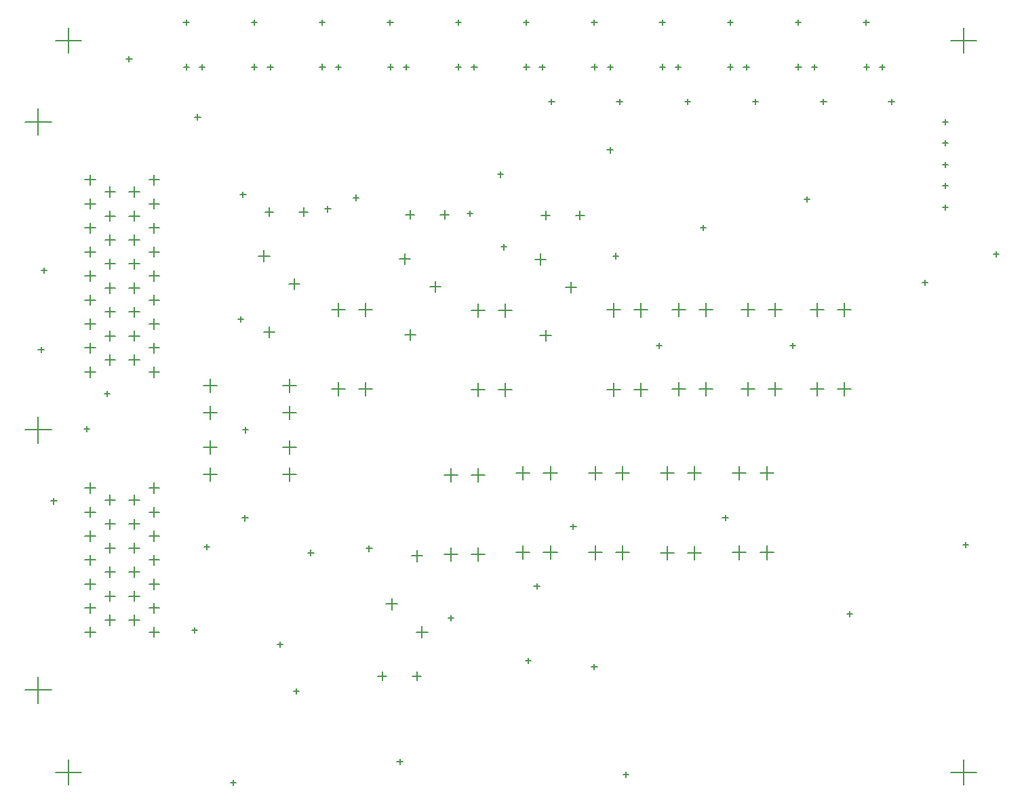
<source format=gbr>
%TF.GenerationSoftware,Altium Limited,Altium Designer,19.0.10 (269)*%
G04 Layer_Color=128*
%FSLAX26Y26*%
%MOIN*%
%TF.FileFunction,Drillmap*%
%TF.Part,Single*%
G01*
G75*
%TA.AperFunction,NonConductor*%
%ADD75C,0.005000*%
D75*
X1352087Y1765000D02*
X1419016D01*
X1385551Y1731535D02*
Y1798465D01*
X961535Y1765000D02*
X1028465D01*
X995000Y1731535D02*
Y1798465D01*
X1352087Y1898858D02*
X1419016D01*
X1385551Y1865394D02*
Y1932323D01*
X961535Y1898858D02*
X1028465D01*
X995000Y1865394D02*
Y1932323D01*
X961535Y2203780D02*
X1028465D01*
X995000Y2170315D02*
Y2237244D01*
X1352087Y2203780D02*
X1419016D01*
X1385551Y2170315D02*
Y2237244D01*
X961535Y2069921D02*
X1028465D01*
X995000Y2036457D02*
Y2103386D01*
X1352087Y2069921D02*
X1419016D01*
X1385551Y2036457D02*
Y2103386D01*
X1591379Y2186206D02*
X1658308D01*
X1624843Y2152742D02*
Y2219671D01*
X1591379Y2576757D02*
X1658308D01*
X1624843Y2543293D02*
Y2610222D01*
X1725237Y2186206D02*
X1792166D01*
X1758701Y2152742D02*
Y2219671D01*
X1725237Y2576757D02*
X1792166D01*
X1758701Y2543293D02*
Y2610222D01*
X2280025Y2181724D02*
X2346954D01*
X2313490Y2148260D02*
Y2215189D01*
X2280025Y2572276D02*
X2346954D01*
X2313490Y2538811D02*
Y2605740D01*
X2413883Y2181724D02*
X2480812D01*
X2447348Y2148260D02*
Y2215189D01*
X2413883Y2572276D02*
X2480812D01*
X2447348Y2538811D02*
Y2605740D01*
X2945700Y2183724D02*
X3012629D01*
X2979165Y2150260D02*
Y2217189D01*
X2945700Y2574276D02*
X3012629D01*
X2979165Y2540811D02*
Y2607740D01*
X3079559Y2183724D02*
X3146488D01*
X3113023Y2150260D02*
Y2217189D01*
X3079559Y2574276D02*
X3146488D01*
X3113023Y2540811D02*
Y2607740D01*
X3265897Y2184449D02*
X3332826D01*
X3299361Y2150984D02*
Y2217913D01*
X3265897Y2575000D02*
X3332826D01*
X3299361Y2541535D02*
Y2608465D01*
X3399755Y2184449D02*
X3466684D01*
X3433220Y2150984D02*
Y2217913D01*
X3399755Y2575000D02*
X3466684D01*
X3433220Y2541535D02*
Y2608465D01*
X3604782Y2184724D02*
X3671711D01*
X3638246Y2151260D02*
Y2218189D01*
X3604782Y2575276D02*
X3671711D01*
X3638246Y2541811D02*
Y2608740D01*
X3738640Y2184724D02*
X3805569D01*
X3772104Y2151260D02*
Y2218189D01*
X3738640Y2575276D02*
X3805569D01*
X3772104Y2541811D02*
Y2608740D01*
X3944914Y2184898D02*
X4011843D01*
X3978379Y2151434D02*
Y2218363D01*
X3944914Y2575450D02*
X4011843D01*
X3978379Y2541985D02*
Y2608914D01*
X4078772Y2184898D02*
X4145701D01*
X4112237Y2151434D02*
Y2218363D01*
X4078772Y2575450D02*
X4145701D01*
X4112237Y2541985D02*
Y2608914D01*
X3697772Y1771450D02*
X3764701D01*
X3731237Y1737985D02*
Y1804914D01*
X3697772Y1380898D02*
X3764701D01*
X3731237Y1347434D02*
Y1414363D01*
X3563914Y1771450D02*
X3630843D01*
X3597378Y1737985D02*
Y1804914D01*
X3563914Y1380898D02*
X3630843D01*
X3597378Y1347434D02*
Y1414363D01*
X3343422Y1771000D02*
X3410351D01*
X3376886Y1737535D02*
Y1804465D01*
X3343422Y1380449D02*
X3410351D01*
X3376886Y1346984D02*
Y1413913D01*
X3209564Y1771000D02*
X3276492D01*
X3243028Y1737535D02*
Y1804465D01*
X3209564Y1380449D02*
X3276492D01*
X3243028Y1346984D02*
Y1413913D01*
X2989106Y1771450D02*
X3056035D01*
X3022570Y1737985D02*
Y1804914D01*
X2989106Y1380898D02*
X3056035D01*
X3022570Y1347434D02*
Y1414363D01*
X2855247Y1771450D02*
X2922176D01*
X2888712Y1737985D02*
Y1804914D01*
X2855247Y1380898D02*
X2922176D01*
X2888712Y1347434D02*
Y1414363D01*
X2634237Y1771757D02*
X2701166D01*
X2667701Y1738293D02*
Y1805222D01*
X2634237Y1381206D02*
X2701166D01*
X2667701Y1347742D02*
Y1414670D01*
X2500378Y1771757D02*
X2567307D01*
X2533843Y1738293D02*
Y1805222D01*
X2500378Y1381206D02*
X2567307D01*
X2533843Y1347742D02*
Y1414670D01*
X2279850Y1763253D02*
X2346779D01*
X2313314Y1729789D02*
Y1796718D01*
X2279850Y1372702D02*
X2346779D01*
X2313314Y1339238D02*
Y1406167D01*
X2145992Y1763253D02*
X2212921D01*
X2179456Y1729789D02*
Y1796718D01*
X2145992Y1372702D02*
X2212921D01*
X2179456Y1339238D02*
Y1406167D01*
X695276Y2269685D02*
X746457D01*
X720866Y2244095D02*
Y2295276D01*
X695276Y2387795D02*
X746457D01*
X720866Y2362205D02*
Y2413386D01*
X695276Y2505905D02*
X746457D01*
X720866Y2480315D02*
Y2531496D01*
X695276Y2624016D02*
X746457D01*
X720866Y2598425D02*
Y2649606D01*
X695276Y2742126D02*
X746457D01*
X720866Y2716535D02*
Y2767716D01*
X695276Y2860236D02*
X746457D01*
X720866Y2834646D02*
Y2885827D01*
X695276Y2978347D02*
X746457D01*
X720866Y2952756D02*
Y3003937D01*
X695276Y3096457D02*
X746457D01*
X720866Y3070866D02*
Y3122047D01*
X695276Y3214567D02*
X746457D01*
X720866Y3188976D02*
Y3240157D01*
X596850Y2328740D02*
X648031D01*
X622441Y2303150D02*
Y2354331D01*
X596850Y2446850D02*
X648031D01*
X622441Y2421260D02*
Y2472441D01*
X596850Y2564961D02*
X648031D01*
X622441Y2539370D02*
Y2590551D01*
X596850Y2683071D02*
X648031D01*
X622441Y2657480D02*
Y2708661D01*
X596850Y2801181D02*
X648031D01*
X622441Y2775591D02*
Y2826772D01*
X596850Y2919291D02*
X648031D01*
X622441Y2893701D02*
Y2944882D01*
X596850Y3037402D02*
X648031D01*
X622441Y3011811D02*
Y3062992D01*
X596850Y3155512D02*
X648031D01*
X622441Y3129921D02*
Y3181102D01*
X478740Y2328740D02*
X529921D01*
X504331Y2303150D02*
Y2354331D01*
X478740Y2446850D02*
X529921D01*
X504331Y2421260D02*
Y2472441D01*
X478740Y2564961D02*
X529921D01*
X504331Y2539370D02*
Y2590551D01*
X478740Y2683071D02*
X529921D01*
X504331Y2657480D02*
Y2708661D01*
X478740Y2801181D02*
X529921D01*
X504331Y2775591D02*
Y2826772D01*
X478740Y2919291D02*
X529921D01*
X504331Y2893701D02*
Y2944882D01*
X478740Y3037402D02*
X529921D01*
X504331Y3011811D02*
Y3062992D01*
X478740Y3155512D02*
X529921D01*
X504331Y3129921D02*
Y3181102D01*
X380315Y2269685D02*
X431496D01*
X405906Y2244095D02*
Y2295276D01*
X380315Y2387795D02*
X431496D01*
X405906Y2362205D02*
Y2413386D01*
X380315Y2505905D02*
X431496D01*
X405906Y2480315D02*
Y2531496D01*
X380315Y2624016D02*
X431496D01*
X405906Y2598425D02*
Y2649606D01*
X380315Y2742126D02*
X431496D01*
X405906Y2716535D02*
Y2767716D01*
X380315Y2860236D02*
X431496D01*
X405906Y2834646D02*
Y2885827D01*
X380315Y2978347D02*
X431496D01*
X405906Y2952756D02*
Y3003937D01*
X380315Y3096457D02*
X431496D01*
X405906Y3070866D02*
Y3122047D01*
X380315Y3214567D02*
X431496D01*
X405906Y3188976D02*
Y3240157D01*
X85039Y704724D02*
X214961D01*
X150000Y639764D02*
Y769685D01*
X380315Y1698819D02*
X431496D01*
X405906Y1673228D02*
Y1724409D01*
X380315Y1580709D02*
X431496D01*
X405906Y1555118D02*
Y1606299D01*
X380315Y1462599D02*
X431496D01*
X405906Y1437008D02*
Y1488189D01*
X380315Y1344488D02*
X431496D01*
X405906Y1318898D02*
Y1370079D01*
X380315Y1226378D02*
X431496D01*
X405906Y1200787D02*
Y1251968D01*
X380315Y1108268D02*
X431496D01*
X405906Y1082677D02*
Y1133858D01*
X380315Y990158D02*
X431496D01*
X405906Y964567D02*
Y1015748D01*
X478740Y1639764D02*
X529921D01*
X504331Y1614173D02*
Y1665354D01*
X478740Y1521654D02*
X529921D01*
X504331Y1496063D02*
Y1547244D01*
X478740Y1403543D02*
X529921D01*
X504331Y1377953D02*
Y1429134D01*
X478740Y1285433D02*
X529921D01*
X504331Y1259843D02*
Y1311024D01*
X478740Y1167323D02*
X529921D01*
X504331Y1141732D02*
Y1192913D01*
X478740Y1049213D02*
X529921D01*
X504331Y1023622D02*
Y1074803D01*
X596850Y1639764D02*
X648031D01*
X622441Y1614173D02*
Y1665354D01*
X596850Y1521654D02*
X648031D01*
X622441Y1496063D02*
Y1547244D01*
X596850Y1403543D02*
X648031D01*
X622441Y1377953D02*
Y1429134D01*
X596850Y1285433D02*
X648031D01*
X622441Y1259843D02*
Y1311024D01*
X596850Y1167323D02*
X648031D01*
X622441Y1141732D02*
Y1192913D01*
X596850Y1049213D02*
X648031D01*
X622441Y1023622D02*
Y1074803D01*
X695276Y1698819D02*
X746457D01*
X720866Y1673228D02*
Y1724409D01*
X695276Y1580709D02*
X746457D01*
X720866Y1555118D02*
Y1606299D01*
X695276Y1462599D02*
X746457D01*
X720866Y1437008D02*
Y1488189D01*
X695276Y1344488D02*
X746457D01*
X720866Y1318898D02*
Y1370079D01*
X695276Y1226378D02*
X746457D01*
X720866Y1200787D02*
Y1251968D01*
X695276Y1108268D02*
X746457D01*
X720866Y1082677D02*
Y1133858D01*
X695276Y990158D02*
X746457D01*
X720866Y964567D02*
Y1015748D01*
X85039Y1984252D02*
X214961D01*
X150000Y1919291D02*
Y2049213D01*
X85039Y3500000D02*
X214961D01*
X150000Y3435039D02*
Y3564961D01*
X1151000Y1552000D02*
X1181000D01*
X1166000Y1537000D02*
Y1567000D01*
X1762000Y1401000D02*
X1792000D01*
X1777000Y1386000D02*
Y1416000D01*
X1475000Y1380000D02*
X1505000D01*
X1490000Y1365000D02*
Y1395000D01*
X4637500Y300000D02*
X4762500D01*
X4700000Y237500D02*
Y362500D01*
X4637500Y3900000D02*
X4762500D01*
X4700000Y3837500D02*
Y3962500D01*
X237500Y3900000D02*
X362500D01*
X300000Y3837500D02*
Y3962500D01*
X237500Y300000D02*
X362500D01*
X300000Y237500D02*
Y362500D01*
X2617097Y2449512D02*
X2672215D01*
X2644656Y2421953D02*
Y2477071D01*
X2591506Y2823528D02*
X2646624D01*
X2619065Y2795968D02*
Y2851086D01*
X2741112Y2685732D02*
X2796230D01*
X2768671Y2658173D02*
Y2713291D01*
X2792293Y3040063D02*
X2835600D01*
X2813947Y3018410D02*
Y3061716D01*
X2623002Y3040063D02*
X2666309D01*
X2644656Y3018410D02*
Y3061716D01*
X1951441Y2452449D02*
X2006560D01*
X1979001Y2424890D02*
Y2480008D01*
X1925851Y2826465D02*
X1980969D01*
X1953410Y2798906D02*
Y2854024D01*
X2075457Y2688670D02*
X2130575D01*
X2103016Y2661111D02*
Y2716229D01*
X2126638Y3043001D02*
X2169945D01*
X2148292Y3021347D02*
Y3064654D01*
X1957347Y3043001D02*
X2000654D01*
X1979001Y3021347D02*
Y3064654D01*
X1258441Y2466449D02*
X1313559D01*
X1286000Y2438890D02*
Y2494008D01*
X1232851Y2840465D02*
X1287969D01*
X1260410Y2812905D02*
Y2868023D01*
X1382457Y2702669D02*
X1437575D01*
X1410016Y2675110D02*
Y2730228D01*
X1433638Y3057000D02*
X1476945D01*
X1455292Y3035347D02*
Y3078653D01*
X1264347Y3057000D02*
X1307654D01*
X1286000Y3035347D02*
Y3078653D01*
X1984370Y1364551D02*
X2039488D01*
X2011929Y1336992D02*
Y1392110D01*
X2009961Y990535D02*
X2065079D01*
X2037520Y962976D02*
Y1018095D01*
X1860354Y1128331D02*
X1915472D01*
X1887913Y1100772D02*
Y1155890D01*
X1820984Y774000D02*
X1864291D01*
X1842638Y752346D02*
Y795654D01*
X1990275Y774000D02*
X2033582D01*
X2011929Y752346D02*
Y795654D01*
X1560330Y3071330D02*
X1588330D01*
X1574330Y3057330D02*
Y3085330D01*
X2947000Y3361000D02*
X2975000D01*
X2961000Y3347000D02*
Y3375000D01*
X2976000Y2840465D02*
X3004000D01*
X2990000Y2826465D02*
Y2854465D01*
X1143000Y3142294D02*
X1171000D01*
X1157000Y3128294D02*
Y3156294D01*
X1699000Y3127000D02*
X1727000D01*
X1713000Y3113000D02*
Y3141000D01*
X2408000Y3241000D02*
X2436000D01*
X2422000Y3227000D02*
Y3255000D01*
X920000Y3524000D02*
X948000D01*
X934000Y3510000D02*
Y3538000D01*
X3514000Y1553000D02*
X3542000D01*
X3528000Y1539000D02*
Y1567000D01*
X2258371Y3048999D02*
X2286371D01*
X2272371Y3034999D02*
Y3062999D01*
X150695Y2380000D02*
X178695D01*
X164695Y2366000D02*
Y2394000D01*
X166000Y2769010D02*
X194000D01*
X180000Y2755010D02*
Y2783010D01*
X4330456Y3600000D02*
X4358456D01*
X4344456Y3586000D02*
Y3614000D01*
X3328396Y3600000D02*
X3356396D01*
X3342396Y3586000D02*
Y3614000D01*
X583000Y3810000D02*
X611000D01*
X597000Y3796000D02*
Y3824000D01*
X4846000Y2850000D02*
X4874000D01*
X4860000Y2836000D02*
Y2864000D01*
X213000Y1634278D02*
X241000D01*
X227000Y1620278D02*
Y1648278D01*
X476000Y2162952D02*
X504000D01*
X490000Y2148952D02*
Y2176952D01*
X376000Y1990000D02*
X404000D01*
X390000Y1976000D02*
Y2004000D01*
X3846000Y2400000D02*
X3874000D01*
X3860000Y2386000D02*
Y2414000D01*
X3188201Y2400000D02*
X3216201D01*
X3202201Y2386000D02*
Y2414000D01*
X2766726Y1510000D02*
X2794726D01*
X2780726Y1496000D02*
Y1524000D01*
X4696000Y1420000D02*
X4724000D01*
X4710000Y1406000D02*
Y1434000D01*
X4496000Y2710000D02*
X4524000D01*
X4510000Y2696000D02*
Y2724000D01*
X3916000Y3120000D02*
X3944000D01*
X3930000Y3106000D02*
Y3134000D01*
X3406000Y2980000D02*
X3434000D01*
X3420000Y2966000D02*
Y2994000D01*
X2426000Y2884821D02*
X2454000D01*
X2440000Y2870821D02*
Y2898821D01*
X1156000Y1984252D02*
X1184000D01*
X1170000Y1970252D02*
Y1998252D01*
X1132000Y2530000D02*
X1160000D01*
X1146000Y2516000D02*
Y2544000D01*
X966000Y1410000D02*
X994000D01*
X980000Y1396000D02*
Y1424000D01*
X906000Y1000000D02*
X934000D01*
X920000Y986000D02*
Y1014000D01*
X1326000Y930000D02*
X1354000D01*
X1340000Y916000D02*
Y944000D01*
X2166000Y1060000D02*
X2194000D01*
X2180000Y1046000D02*
Y1074000D01*
X1406000Y700000D02*
X1434000D01*
X1420000Y686000D02*
Y714000D01*
X2587000Y1215000D02*
X2615000D01*
X2601000Y1201000D02*
Y1229000D01*
X2546000Y850000D02*
X2574000D01*
X2560000Y836000D02*
Y864000D01*
X2869776Y820000D02*
X2897776D01*
X2883776Y806000D02*
Y834000D01*
X4126000Y1080000D02*
X4154000D01*
X4140000Y1066000D02*
Y1094000D01*
X3026000Y290000D02*
X3054000D01*
X3040000Y276000D02*
Y304000D01*
X1914000Y352000D02*
X1942000D01*
X1928000Y338000D02*
Y366000D01*
X1096000Y250000D02*
X1124000D01*
X1110000Y236000D02*
Y264000D01*
X3951388Y3768482D02*
X3979388D01*
X3965388Y3754482D02*
Y3782482D01*
X1945644Y3768482D02*
X1973644D01*
X1959644Y3754482D02*
Y3782482D01*
X1611353Y3768482D02*
X1639353D01*
X1625353Y3754482D02*
Y3782482D01*
X1867888Y3770726D02*
X1895888D01*
X1881888Y3756726D02*
Y3784726D01*
X4596000Y3080000D02*
X4624000D01*
X4610000Y3066000D02*
Y3094000D01*
X4596000Y3185000D02*
X4624000D01*
X4610000Y3171000D02*
Y3199000D01*
X4596000Y3290000D02*
X4624000D01*
X4610000Y3276000D02*
Y3304000D01*
X4596000Y3395000D02*
X4624000D01*
X4610000Y3381000D02*
Y3409000D01*
X4596000Y3500000D02*
X4624000D01*
X4610000Y3486000D02*
Y3514000D01*
X3996977Y3600000D02*
X4024977D01*
X4010977Y3586000D02*
Y3614000D01*
X3662686Y3600000D02*
X3690686D01*
X3676686Y3586000D02*
Y3614000D01*
X3282806Y3768482D02*
X3310806D01*
X3296806Y3754482D02*
Y3782482D01*
X2994105Y3600000D02*
X3022105D01*
X3008105Y3586000D02*
Y3614000D01*
X2659814Y3600000D02*
X2687814D01*
X2673814Y3586000D02*
Y3614000D01*
X1277063Y3768482D02*
X1305063D01*
X1291063Y3754482D02*
Y3782482D01*
X1198323Y3989740D02*
X1226323D01*
X1212323Y3975740D02*
Y4003740D01*
X1199307Y3770726D02*
X1227307D01*
X1213307Y3756726D02*
Y3784726D01*
X1532613Y3989740D02*
X1560613D01*
X1546613Y3975740D02*
Y4003740D01*
X1533597Y3770726D02*
X1561597D01*
X1547597Y3756726D02*
Y3784726D01*
X3617097Y3768482D02*
X3645097D01*
X3631097Y3754482D02*
Y3782482D01*
X3538357Y3989740D02*
X3566357D01*
X3552357Y3975740D02*
Y4003740D01*
X3539341Y3770726D02*
X3567341D01*
X3553341Y3756726D02*
Y3784726D01*
X3872647Y3989740D02*
X3900647D01*
X3886647Y3975740D02*
Y4003740D01*
X3873632Y3770726D02*
X3901632D01*
X3887632Y3756726D02*
Y3784726D01*
X4285678Y3768482D02*
X4313678D01*
X4299678Y3754482D02*
Y3782482D01*
X4206938Y3989740D02*
X4234938D01*
X4220938Y3975740D02*
Y4003740D01*
X4207922Y3770726D02*
X4235922D01*
X4221922Y3756726D02*
Y3784726D01*
X1866904Y3989740D02*
X1894904D01*
X1880904Y3975740D02*
Y4003740D01*
X2279935Y3768482D02*
X2307935D01*
X2293935Y3754482D02*
Y3782482D01*
X2201194Y3989740D02*
X2229194D01*
X2215194Y3975740D02*
Y4003740D01*
X2202179Y3770726D02*
X2230179D01*
X2216179Y3756726D02*
Y3784726D01*
X2614225Y3768482D02*
X2642225D01*
X2628225Y3754482D02*
Y3782482D01*
X2535485Y3989740D02*
X2563485D01*
X2549485Y3975740D02*
Y4003740D01*
X2536469Y3770726D02*
X2564469D01*
X2550469Y3756726D02*
Y3784726D01*
X2948516Y3768482D02*
X2976516D01*
X2962516Y3754482D02*
Y3782482D01*
X2869776Y3989740D02*
X2897776D01*
X2883776Y3975740D02*
Y4003740D01*
X2870760Y3770726D02*
X2898760D01*
X2884760Y3756726D02*
Y3784726D01*
X3204066Y3989740D02*
X3232066D01*
X3218066Y3975740D02*
Y4003740D01*
X3205050Y3770726D02*
X3233050D01*
X3219050Y3756726D02*
Y3784726D01*
X942772Y3768482D02*
X970772D01*
X956772Y3754482D02*
Y3782482D01*
X864032Y3989740D02*
X892032D01*
X878032Y3975740D02*
Y4003740D01*
X865016Y3770726D02*
X893016D01*
X879016Y3756726D02*
Y3784726D01*
%TF.MD5,00a42275ec92356cca20b3cb9f8e6bf6*%
M02*

</source>
